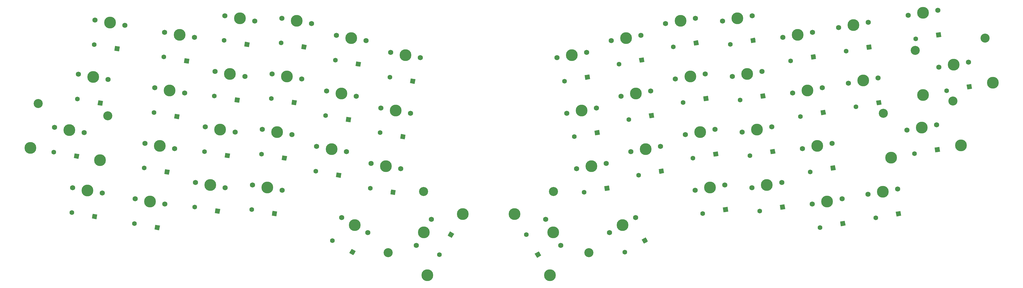
<source format=gts>
G04 #@! TF.GenerationSoftware,KiCad,Pcbnew,(5.1.4-0-10_14)*
G04 #@! TF.CreationDate,2022-04-12T01:13:52-04:00*
G04 #@! TF.ProjectId,keyboard,6b657962-6f61-4726-942e-6b696361645f,rev?*
G04 #@! TF.SameCoordinates,Original*
G04 #@! TF.FileFunction,Soldermask,Top*
G04 #@! TF.FilePolarity,Negative*
%FSLAX46Y46*%
G04 Gerber Fmt 4.6, Leading zero omitted, Abs format (unit mm)*
G04 Created by KiCad (PCBNEW (5.1.4-0-10_14)) date 2022-04-12 01:13:52*
%MOMM*%
%LPD*%
G04 APERTURE LIST*
%ADD10C,1.750000*%
%ADD11C,3.987800*%
%ADD12C,1.600000*%
%ADD13C,0.100000*%
%ADD14C,3.048000*%
G04 APERTURE END LIST*
D10*
X144610691Y-93619674D03*
X134605045Y-91855408D03*
D11*
X139607868Y-92737541D03*
D10*
X362262011Y-51600531D03*
X352256365Y-53364797D03*
D11*
X357259188Y-52482664D03*
D10*
X170146209Y-126737400D03*
X161347391Y-121657400D03*
D11*
X165746800Y-124197400D03*
D10*
X181263627Y-105159708D03*
X171257981Y-103395442D03*
D11*
X176260804Y-104277575D03*
D10*
X101784565Y-117089555D03*
X91778919Y-115325289D03*
D11*
X96781742Y-116207422D03*
D10*
X108400560Y-79568380D03*
X98394914Y-77804114D03*
D11*
X103397737Y-78686247D03*
D12*
X94815524Y-104899194D03*
X102497024Y-106253650D03*
D13*
G36*
X103423789Y-105604722D02*
G01*
X103145952Y-107180415D01*
X101570259Y-106902578D01*
X101848096Y-105326885D01*
X103423789Y-105604722D01*
X103423789Y-105604722D01*
G37*
D12*
X236469516Y-75563216D03*
X244151016Y-74208760D03*
D13*
G36*
X244799944Y-73281995D02*
G01*
X245077781Y-74857688D01*
X243502088Y-75135525D01*
X243224251Y-73559832D01*
X244799944Y-73281995D01*
X244799944Y-73281995D01*
G37*
D12*
X115138946Y-99343922D03*
X122820446Y-100698378D03*
D13*
G36*
X123747211Y-100049450D02*
G01*
X123469374Y-101625143D01*
X121893681Y-101347306D01*
X122171518Y-99771613D01*
X123747211Y-100049450D01*
X123747211Y-100049450D01*
G37*
D12*
X121754941Y-61822747D03*
X129436441Y-63177203D03*
D13*
G36*
X130363206Y-62528275D02*
G01*
X130085369Y-64103968D01*
X128509676Y-63826131D01*
X128787513Y-62250438D01*
X130363206Y-62528275D01*
X130363206Y-62528275D01*
G37*
D12*
X152660121Y-105959918D03*
X160341621Y-107314374D03*
D13*
G36*
X161268386Y-106665446D02*
G01*
X160990549Y-108241139D01*
X159414856Y-107963302D01*
X159692693Y-106387609D01*
X161268386Y-106665446D01*
X161268386Y-106665446D01*
G37*
D12*
X322564574Y-125014238D03*
X330246074Y-123659782D03*
D13*
G36*
X330895002Y-122733017D02*
G01*
X331172839Y-124308710D01*
X329597146Y-124586547D01*
X329319309Y-123010854D01*
X330895002Y-122733017D01*
X330895002Y-122733017D01*
G37*
D12*
X254795984Y-69793199D03*
X262477484Y-68438743D03*
D13*
G36*
X263126412Y-67511978D02*
G01*
X263404249Y-69087671D01*
X261828556Y-69365508D01*
X261550719Y-67789815D01*
X263126412Y-67511978D01*
X263126412Y-67511978D01*
G37*
D12*
X77980784Y-63243022D03*
X85662284Y-64597478D03*
D13*
G36*
X86589049Y-63948550D02*
G01*
X86311212Y-65524243D01*
X84735519Y-65246406D01*
X85013356Y-63670713D01*
X86589049Y-63948550D01*
X86589049Y-63948550D01*
G37*
D12*
X177602584Y-74208760D03*
X185284084Y-75563216D03*
D13*
G36*
X186210849Y-74914288D02*
G01*
X185933012Y-76489981D01*
X184357319Y-76212144D01*
X184635156Y-74636451D01*
X186210849Y-74914288D01*
X186210849Y-74914288D01*
G37*
D12*
X111830948Y-118104510D03*
X119512448Y-119458966D03*
D13*
G36*
X120439213Y-118810038D02*
G01*
X120161376Y-120385731D01*
X118585683Y-120107894D01*
X118863520Y-118532201D01*
X120439213Y-118810038D01*
X120439213Y-118810038D01*
G37*
D12*
X331401169Y-65424477D03*
X339082669Y-64070021D03*
D13*
G36*
X339731597Y-63143256D02*
G01*
X340009434Y-64718949D01*
X338433741Y-64996786D01*
X338155904Y-63421093D01*
X339731597Y-63143256D01*
X339731597Y-63143256D01*
G37*
D12*
X256756801Y-133296440D03*
X263511799Y-129396440D03*
D13*
G36*
X263804619Y-128303620D02*
G01*
X264604619Y-129689260D01*
X263218979Y-130489260D01*
X262418979Y-129103620D01*
X263804619Y-128303620D01*
X263804619Y-128303620D01*
G37*
D12*
X319256576Y-106253650D03*
X326938076Y-104899194D03*
D13*
G36*
X327587004Y-103972429D02*
G01*
X327864841Y-105548122D01*
X326289148Y-105825959D01*
X326011311Y-104250266D01*
X327587004Y-103972429D01*
X327587004Y-103972429D01*
G37*
D12*
X64329568Y-99523698D03*
X72011068Y-100878154D03*
D13*
G36*
X72937833Y-100229226D02*
G01*
X72659996Y-101804919D01*
X71084303Y-101527082D01*
X71362140Y-99951389D01*
X72937833Y-100229226D01*
X72937833Y-100229226D01*
G37*
D12*
X354432679Y-100051154D03*
X362114179Y-98696698D03*
D13*
G36*
X362763107Y-97769933D02*
G01*
X363040944Y-99345626D01*
X361465251Y-99623463D01*
X361187414Y-98047770D01*
X362763107Y-97769933D01*
X362763107Y-97769933D01*
G37*
D12*
X315948579Y-87493063D03*
X323630079Y-86138607D03*
D13*
G36*
X324279007Y-85211842D02*
G01*
X324556844Y-86787535D01*
X322981151Y-87065372D01*
X322703314Y-85489679D01*
X324279007Y-85211842D01*
X324279007Y-85211842D01*
G37*
D12*
X118446944Y-80583335D03*
X126128444Y-81937791D03*
D13*
G36*
X127055209Y-81288863D02*
G01*
X126777372Y-82864556D01*
X125201679Y-82586719D01*
X125479516Y-81011026D01*
X127055209Y-81288863D01*
X127055209Y-81288863D01*
G37*
D12*
X341325162Y-121706240D03*
X349006662Y-120351784D03*
D13*
G36*
X349655590Y-119425019D02*
G01*
X349933427Y-121000712D01*
X348357734Y-121278549D01*
X348079897Y-119702856D01*
X349655590Y-119425019D01*
X349655590Y-119425019D01*
G37*
D12*
X159276116Y-68438743D03*
X166957616Y-69793199D03*
D13*
G36*
X167884381Y-69144271D02*
G01*
X167606544Y-70719964D01*
X166030851Y-70442127D01*
X166308688Y-68866434D01*
X167884381Y-69144271D01*
X167884381Y-69144271D01*
G37*
D12*
X334709167Y-84185065D03*
X342390667Y-82830609D03*
D13*
G36*
X343039595Y-81903844D02*
G01*
X343317432Y-83479537D01*
X341741739Y-83757374D01*
X341463902Y-82181681D01*
X343039595Y-81903844D01*
X343039595Y-81903844D01*
G37*
D12*
X101431519Y-67378019D03*
X109113019Y-68732475D03*
D13*
G36*
X110039784Y-68083547D02*
G01*
X109761947Y-69659240D01*
X108186254Y-69381403D01*
X108464091Y-67805710D01*
X110039784Y-68083547D01*
X110039784Y-68083547D01*
G37*
D12*
X312640581Y-68732475D03*
X320322081Y-67378019D03*
D13*
G36*
X320971009Y-66451254D02*
G01*
X321248846Y-68026947D01*
X319673153Y-68304784D01*
X319395316Y-66729091D01*
X320971009Y-66451254D01*
X320971009Y-66451254D01*
G37*
D12*
X292317159Y-63177203D03*
X299998659Y-61822747D03*
D13*
G36*
X300647587Y-60895982D02*
G01*
X300925424Y-62471675D01*
X299349731Y-62749512D01*
X299071894Y-61173819D01*
X300647587Y-60895982D01*
X300647587Y-60895982D01*
G37*
D12*
X243085511Y-113084391D03*
X250767011Y-111729935D03*
D13*
G36*
X251415939Y-110803170D02*
G01*
X251693776Y-112378863D01*
X250118083Y-112656700D01*
X249840246Y-111081007D01*
X251415939Y-110803170D01*
X251415939Y-110803170D01*
G37*
D12*
X131025655Y-118950489D03*
X138707155Y-120304945D03*
D13*
G36*
X139633920Y-119656017D02*
G01*
X139356083Y-121231710D01*
X137780390Y-120953873D01*
X138058227Y-119378180D01*
X139633920Y-119656017D01*
X139633920Y-119656017D01*
G37*
D12*
X261411979Y-107314374D03*
X269093479Y-105959918D03*
D13*
G36*
X269742407Y-105033153D02*
G01*
X270020244Y-106608846D01*
X268444551Y-106886683D01*
X268166714Y-105310990D01*
X269742407Y-105033153D01*
X269742407Y-105033153D01*
G37*
D12*
X283046445Y-120304945D03*
X290727945Y-118950489D03*
D13*
G36*
X291376873Y-118023724D02*
G01*
X291654710Y-119599417D01*
X290079017Y-119877254D01*
X289801180Y-118301561D01*
X291376873Y-118023724D01*
X291376873Y-118023724D01*
G37*
D12*
X295625157Y-81937791D03*
X303306657Y-80583335D03*
D13*
G36*
X303955585Y-79656570D02*
G01*
X304233422Y-81232263D01*
X302657729Y-81510100D01*
X302379892Y-79934407D01*
X303955585Y-79656570D01*
X303955585Y-79656570D01*
G37*
D12*
X276430450Y-82783770D03*
X284111950Y-81429314D03*
D13*
G36*
X284760878Y-80502549D02*
G01*
X285038715Y-82078242D01*
X283463022Y-82356079D01*
X283185185Y-80780386D01*
X284760878Y-80502549D01*
X284760878Y-80502549D01*
G37*
D12*
X258103982Y-88553787D03*
X265785482Y-87199331D03*
D13*
G36*
X266434410Y-86272566D02*
G01*
X266712247Y-87848259D01*
X265136554Y-88126096D01*
X264858717Y-86550403D01*
X266434410Y-86272566D01*
X266434410Y-86272566D01*
G37*
D12*
X273122452Y-64023182D03*
X280803952Y-62668726D03*
D13*
G36*
X281452880Y-61741961D02*
G01*
X281730717Y-63317654D01*
X280155024Y-63595491D01*
X279877187Y-62019798D01*
X281452880Y-61741961D01*
X281452880Y-61741961D01*
G37*
D12*
X239777514Y-94323804D03*
X247459014Y-92969348D03*
D13*
G36*
X248107942Y-92042583D02*
G01*
X248385779Y-93618276D01*
X246810086Y-93896113D01*
X246532249Y-92320420D01*
X248107942Y-92042583D01*
X248107942Y-92042583D01*
G37*
D12*
X174294587Y-92969348D03*
X181976087Y-94323804D03*
D13*
G36*
X182902852Y-93674876D02*
G01*
X182625015Y-95250569D01*
X181049322Y-94972732D01*
X181327159Y-93397039D01*
X182902852Y-93674876D01*
X182902852Y-93674876D01*
G37*
D12*
X155968119Y-87199331D03*
X163649619Y-88553787D03*
D13*
G36*
X164576384Y-87904859D02*
G01*
X164298547Y-89480552D01*
X162722854Y-89202715D01*
X163000691Y-87627022D01*
X164576384Y-87904859D01*
X164576384Y-87904859D01*
G37*
D12*
X365195122Y-78809569D03*
X372876622Y-77455113D03*
D13*
G36*
X373525550Y-76528348D02*
G01*
X373803387Y-78104041D01*
X372227694Y-78381878D01*
X371949857Y-76806185D01*
X373525550Y-76528348D01*
X373525550Y-76528348D01*
G37*
D12*
X140949648Y-62668726D03*
X148631148Y-64023182D03*
D13*
G36*
X149557913Y-63374254D02*
G01*
X149280076Y-64949947D01*
X147704383Y-64672110D01*
X147982220Y-63096417D01*
X149557913Y-63374254D01*
X149557913Y-63374254D01*
G37*
D12*
X302241152Y-119458966D03*
X309922652Y-118104510D03*
D13*
G36*
X310571580Y-117177745D02*
G01*
X310849417Y-118753438D01*
X309273724Y-119031275D01*
X308995887Y-117455582D01*
X310571580Y-117177745D01*
X310571580Y-117177745D01*
G37*
D12*
X298933154Y-100698378D03*
X306614654Y-99343922D03*
D13*
G36*
X307263582Y-98417157D02*
G01*
X307541419Y-99992850D01*
X305965726Y-100270687D01*
X305687889Y-98694994D01*
X307263582Y-98417157D01*
X307263582Y-98417157D01*
G37*
D12*
X137641651Y-81429314D03*
X145323151Y-82783770D03*
D13*
G36*
X146249916Y-82134842D02*
G01*
X145972079Y-83710535D01*
X144396386Y-83432698D01*
X144674223Y-81857005D01*
X146249916Y-82134842D01*
X146249916Y-82134842D01*
G37*
D12*
X70401865Y-119938285D03*
X78083365Y-121292741D03*
D13*
G36*
X79010130Y-120643813D02*
G01*
X78732293Y-122219506D01*
X77156600Y-121941669D01*
X77434437Y-120365976D01*
X79010130Y-120643813D01*
X79010130Y-120643813D01*
G37*
D12*
X194268347Y-134169132D03*
X198168347Y-127414134D03*
D13*
G36*
X197875527Y-126321314D02*
G01*
X199261167Y-127121314D01*
X198461167Y-128506954D01*
X197075527Y-127706954D01*
X197875527Y-126321314D01*
X197875527Y-126321314D01*
G37*
D12*
X279738447Y-101544357D03*
X287419947Y-100189901D03*
D13*
G36*
X288068875Y-99263136D02*
G01*
X288346712Y-100838829D01*
X286771019Y-101116666D01*
X286493182Y-99540973D01*
X288068875Y-99263136D01*
X288068875Y-99263136D01*
G37*
D12*
X72327713Y-81590110D03*
X80009213Y-82944566D03*
D13*
G36*
X80935978Y-82295638D02*
G01*
X80658141Y-83871331D01*
X79082448Y-83593494D01*
X79360285Y-82017801D01*
X80935978Y-82295638D01*
X80935978Y-82295638D01*
G37*
D12*
X134333653Y-100189901D03*
X142015153Y-101544357D03*
D13*
G36*
X142941918Y-100895429D02*
G01*
X142664081Y-102471122D01*
X141088388Y-102193285D01*
X141366225Y-100617592D01*
X142941918Y-100895429D01*
X142941918Y-100895429D01*
G37*
D12*
X354851904Y-61289480D03*
X362533404Y-59935024D03*
D13*
G36*
X363182332Y-59008259D02*
G01*
X363460169Y-60583952D01*
X361884476Y-60861789D01*
X361606639Y-59286096D01*
X363182332Y-59008259D01*
X363182332Y-59008259D01*
G37*
D12*
X158241801Y-129396440D03*
X164996799Y-133296440D03*
D13*
G36*
X166089619Y-133003620D02*
G01*
X165289619Y-134389260D01*
X163903979Y-133589260D01*
X164703979Y-132203620D01*
X166089619Y-133003620D01*
X166089619Y-133003620D01*
G37*
D12*
X170986589Y-111729935D03*
X178668089Y-113084391D03*
D13*
G36*
X179594854Y-112435463D02*
G01*
X179317017Y-114011156D01*
X177741324Y-113733319D01*
X178019161Y-112157626D01*
X179594854Y-112435463D01*
X179594854Y-112435463D01*
G37*
D12*
X91507526Y-123659782D03*
X99189026Y-125014238D03*
D13*
G36*
X100115791Y-124365310D02*
G01*
X99837954Y-125941003D01*
X98262261Y-125663166D01*
X98540098Y-124087473D01*
X100115791Y-124365310D01*
X100115791Y-124365310D01*
G37*
D12*
X223585253Y-127414134D03*
X227485253Y-134169132D03*
D13*
G36*
X228578073Y-134461952D02*
G01*
X227192433Y-135261952D01*
X226392433Y-133876312D01*
X227778073Y-133076312D01*
X228578073Y-134461952D01*
X228578073Y-134461952D01*
G37*
D12*
X98123522Y-86138607D03*
X105805022Y-87493063D03*
D13*
G36*
X106731787Y-86844135D02*
G01*
X106453950Y-88419828D01*
X104878257Y-88141991D01*
X105156094Y-86566298D01*
X106731787Y-86844135D01*
X106731787Y-86844135D01*
G37*
D10*
X111708558Y-60807792D03*
X101702912Y-59043526D03*
D11*
X106705735Y-59925659D03*
X202187347Y-120453022D03*
X190249347Y-141130244D03*
D14*
X188989120Y-112833022D03*
X177051120Y-133510244D03*
D10*
X191609307Y-122264724D03*
X186529307Y-131063542D03*
D11*
X189069307Y-126664133D03*
X231504253Y-141130244D03*
X219566253Y-120453022D03*
D14*
X244702480Y-133510244D03*
X232764480Y-112833022D03*
D10*
X235224293Y-131063542D03*
X230144293Y-122264724D03*
D11*
X232684293Y-126664133D03*
D10*
X348735269Y-112017291D03*
X338729623Y-113781557D03*
D11*
X343732446Y-112899424D03*
D10*
X105092562Y-98328967D03*
X95086916Y-96564701D03*
D11*
X100089739Y-97446834D03*
D10*
X243879623Y-65874267D03*
X233873977Y-67638533D03*
D11*
X238876800Y-66756400D03*
D10*
X125415984Y-92773695D03*
X115410338Y-91009429D03*
D11*
X120413161Y-91891562D03*
D10*
X132031980Y-55252520D03*
X122026334Y-53488254D03*
D11*
X127029157Y-54370387D03*
D10*
X162937159Y-99389691D03*
X152931513Y-97625425D03*
D11*
X157934336Y-98507558D03*
D10*
X329974681Y-115325289D03*
X319969035Y-117089555D03*
D11*
X324971858Y-116207422D03*
D10*
X262206091Y-60104250D03*
X252200445Y-61868516D03*
D11*
X257203268Y-60986383D03*
D10*
X88257823Y-56672795D03*
X78252177Y-54908529D03*
D11*
X83255000Y-55790662D03*
D10*
X187879623Y-67638533D03*
X177873977Y-65874267D03*
D11*
X182876800Y-66756400D03*
D10*
X122107987Y-111534283D03*
X112102341Y-109770017D03*
D11*
X117105164Y-110652150D03*
D10*
X338811276Y-55735528D03*
X328805630Y-57499794D03*
D11*
X333808453Y-56617661D03*
D10*
X260406209Y-121657400D03*
X251607391Y-126737400D03*
D11*
X256006800Y-124197400D03*
D10*
X326666684Y-96564701D03*
X316661038Y-98328967D03*
D11*
X321663861Y-97446834D03*
X79926953Y-102273938D03*
X56413683Y-98127914D03*
D14*
X82573351Y-87265468D03*
X59060082Y-83119444D03*
D10*
X74606607Y-92953471D03*
X64600961Y-91189205D03*
D11*
X69603784Y-92071338D03*
X370030064Y-97300914D03*
X346516794Y-101446938D03*
D14*
X367383665Y-82292444D03*
X343870396Y-86438468D03*
D10*
X361842786Y-90362205D03*
X351837140Y-92126471D03*
D11*
X356839963Y-91244338D03*
D10*
X323358686Y-77804114D03*
X313353040Y-79568380D03*
D11*
X318355863Y-78686247D03*
D10*
X128723982Y-74013108D03*
X118718336Y-72248842D03*
D11*
X123721159Y-73130975D03*
D10*
X169553155Y-61868516D03*
X159547509Y-60104250D03*
D11*
X164550332Y-60986383D03*
D10*
X342119274Y-74496116D03*
X332113628Y-76260382D03*
D11*
X337116451Y-75378249D03*
D10*
X320050688Y-59043526D03*
X310045042Y-60807792D03*
D11*
X315047865Y-59925659D03*
D10*
X299727266Y-53488254D03*
X289721620Y-55252520D03*
D11*
X294724443Y-54370387D03*
D10*
X250495619Y-103395442D03*
X240489973Y-105159708D03*
D11*
X245492796Y-104277575D03*
D10*
X141302694Y-112380262D03*
X131297048Y-110615996D03*
D11*
X136299871Y-111498129D03*
D10*
X268822087Y-97625425D03*
X258816441Y-99389691D03*
D11*
X263819264Y-98507558D03*
D10*
X290456552Y-110615996D03*
X280450906Y-112380262D03*
D11*
X285453729Y-111498129D03*
D10*
X303035264Y-72248842D03*
X293029618Y-74013108D03*
D11*
X298032441Y-73130975D03*
D10*
X283840557Y-73094821D03*
X273834911Y-74859087D03*
D11*
X278837734Y-73976954D03*
D10*
X265514089Y-78864838D03*
X255508443Y-80629104D03*
D11*
X260511266Y-79746971D03*
D10*
X280532559Y-54334233D03*
X270526913Y-56098499D03*
D11*
X275529736Y-55216366D03*
D10*
X247187621Y-84634855D03*
X237181975Y-86399121D03*
D11*
X242184798Y-85516988D03*
D10*
X184571625Y-86399121D03*
X174565979Y-84634855D03*
D11*
X179568802Y-85516988D03*
D10*
X166245157Y-80629104D03*
X156239511Y-78864838D03*
D11*
X161242334Y-79746971D03*
X380792507Y-76059329D03*
X357279237Y-80205353D03*
D14*
X378146108Y-61050859D03*
X354632839Y-65196883D03*
D10*
X372605229Y-69120620D03*
X362599583Y-70884886D03*
D11*
X367602406Y-70002753D03*
D10*
X151226687Y-56098499D03*
X141221041Y-54334233D03*
D11*
X146223864Y-55216366D03*
D10*
X309651259Y-109770017D03*
X299645613Y-111534283D03*
D11*
X304648436Y-110652150D03*
D10*
X306343262Y-91009429D03*
X296337616Y-92773695D03*
D11*
X301340439Y-91891562D03*
D10*
X147918689Y-74859087D03*
X137913043Y-73094821D03*
D11*
X142915866Y-73976954D03*
D10*
X80678904Y-113368058D03*
X70673258Y-111603792D03*
D11*
X75676081Y-112485925D03*
D10*
X287148555Y-91855408D03*
X277142909Y-93619674D03*
D11*
X282145732Y-92737541D03*
D10*
X82604752Y-75019883D03*
X72599106Y-73255617D03*
D11*
X77601929Y-74137750D03*
M02*

</source>
